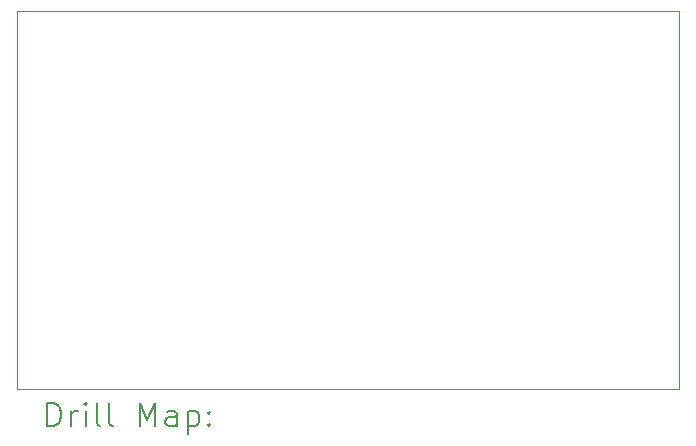
<source format=gbr>
%TF.GenerationSoftware,KiCad,Pcbnew,7.0.7-7.0.7~ubuntu20.04.1*%
%TF.CreationDate,2023-10-03T21:57:15+02:00*%
%TF.ProjectId,msx-joydolphin-v1,6d73782d-6a6f-4796-946f-6c7068696e2d,v1*%
%TF.SameCoordinates,Original*%
%TF.FileFunction,Drillmap*%
%TF.FilePolarity,Positive*%
%FSLAX45Y45*%
G04 Gerber Fmt 4.5, Leading zero omitted, Abs format (unit mm)*
G04 Created by KiCad (PCBNEW 7.0.7-7.0.7~ubuntu20.04.1) date 2023-10-03 21:57:15*
%MOMM*%
%LPD*%
G01*
G04 APERTURE LIST*
%ADD10C,0.100000*%
%ADD11C,0.200000*%
G04 APERTURE END LIST*
D10*
X4150000Y-3650000D02*
X9750000Y-3650000D01*
X9750000Y-6850000D01*
X4150000Y-6850000D01*
X4150000Y-3650000D01*
D11*
X4405777Y-7166484D02*
X4405777Y-6966484D01*
X4405777Y-6966484D02*
X4453396Y-6966484D01*
X4453396Y-6966484D02*
X4481967Y-6976008D01*
X4481967Y-6976008D02*
X4501015Y-6995055D01*
X4501015Y-6995055D02*
X4510539Y-7014103D01*
X4510539Y-7014103D02*
X4520063Y-7052198D01*
X4520063Y-7052198D02*
X4520063Y-7080769D01*
X4520063Y-7080769D02*
X4510539Y-7118865D01*
X4510539Y-7118865D02*
X4501015Y-7137912D01*
X4501015Y-7137912D02*
X4481967Y-7156960D01*
X4481967Y-7156960D02*
X4453396Y-7166484D01*
X4453396Y-7166484D02*
X4405777Y-7166484D01*
X4605777Y-7166484D02*
X4605777Y-7033150D01*
X4605777Y-7071246D02*
X4615301Y-7052198D01*
X4615301Y-7052198D02*
X4624824Y-7042674D01*
X4624824Y-7042674D02*
X4643872Y-7033150D01*
X4643872Y-7033150D02*
X4662920Y-7033150D01*
X4729586Y-7166484D02*
X4729586Y-7033150D01*
X4729586Y-6966484D02*
X4720063Y-6976008D01*
X4720063Y-6976008D02*
X4729586Y-6985531D01*
X4729586Y-6985531D02*
X4739110Y-6976008D01*
X4739110Y-6976008D02*
X4729586Y-6966484D01*
X4729586Y-6966484D02*
X4729586Y-6985531D01*
X4853396Y-7166484D02*
X4834348Y-7156960D01*
X4834348Y-7156960D02*
X4824824Y-7137912D01*
X4824824Y-7137912D02*
X4824824Y-6966484D01*
X4958158Y-7166484D02*
X4939110Y-7156960D01*
X4939110Y-7156960D02*
X4929586Y-7137912D01*
X4929586Y-7137912D02*
X4929586Y-6966484D01*
X5186729Y-7166484D02*
X5186729Y-6966484D01*
X5186729Y-6966484D02*
X5253396Y-7109341D01*
X5253396Y-7109341D02*
X5320063Y-6966484D01*
X5320063Y-6966484D02*
X5320063Y-7166484D01*
X5501015Y-7166484D02*
X5501015Y-7061722D01*
X5501015Y-7061722D02*
X5491491Y-7042674D01*
X5491491Y-7042674D02*
X5472444Y-7033150D01*
X5472444Y-7033150D02*
X5434348Y-7033150D01*
X5434348Y-7033150D02*
X5415301Y-7042674D01*
X5501015Y-7156960D02*
X5481967Y-7166484D01*
X5481967Y-7166484D02*
X5434348Y-7166484D01*
X5434348Y-7166484D02*
X5415301Y-7156960D01*
X5415301Y-7156960D02*
X5405777Y-7137912D01*
X5405777Y-7137912D02*
X5405777Y-7118865D01*
X5405777Y-7118865D02*
X5415301Y-7099817D01*
X5415301Y-7099817D02*
X5434348Y-7090293D01*
X5434348Y-7090293D02*
X5481967Y-7090293D01*
X5481967Y-7090293D02*
X5501015Y-7080769D01*
X5596253Y-7033150D02*
X5596253Y-7233150D01*
X5596253Y-7042674D02*
X5615301Y-7033150D01*
X5615301Y-7033150D02*
X5653396Y-7033150D01*
X5653396Y-7033150D02*
X5672443Y-7042674D01*
X5672443Y-7042674D02*
X5681967Y-7052198D01*
X5681967Y-7052198D02*
X5691491Y-7071246D01*
X5691491Y-7071246D02*
X5691491Y-7128388D01*
X5691491Y-7128388D02*
X5681967Y-7147436D01*
X5681967Y-7147436D02*
X5672443Y-7156960D01*
X5672443Y-7156960D02*
X5653396Y-7166484D01*
X5653396Y-7166484D02*
X5615301Y-7166484D01*
X5615301Y-7166484D02*
X5596253Y-7156960D01*
X5777205Y-7147436D02*
X5786729Y-7156960D01*
X5786729Y-7156960D02*
X5777205Y-7166484D01*
X5777205Y-7166484D02*
X5767682Y-7156960D01*
X5767682Y-7156960D02*
X5777205Y-7147436D01*
X5777205Y-7147436D02*
X5777205Y-7166484D01*
X5777205Y-7042674D02*
X5786729Y-7052198D01*
X5786729Y-7052198D02*
X5777205Y-7061722D01*
X5777205Y-7061722D02*
X5767682Y-7052198D01*
X5767682Y-7052198D02*
X5777205Y-7042674D01*
X5777205Y-7042674D02*
X5777205Y-7061722D01*
M02*

</source>
